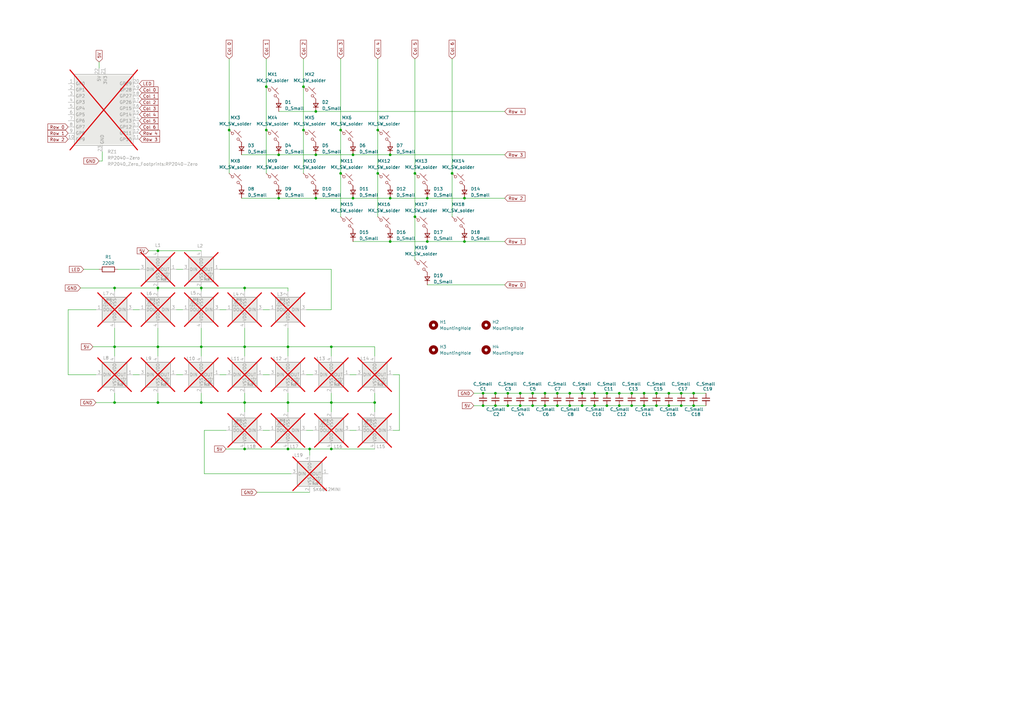
<source format=kicad_sch>
(kicad_sch (version 20250114) (generator "eeschema") (generator_version "9.0")
  (paper "A3")
  (lib_symbols
    (symbol "LatticeBoard_Prototype:C_Small" (pin_numbers (hide yes)) (pin_names (offset 0.254) (hide yes))
      (property "Reference" "C" (at 0.254 1.778 0))
      (property "Value" "C_Small" (at 0.254 -2.032 0))
      (symbol "C_Small_0_1"
        (polyline (pts (xy -1.524 0.508) (xy 1.524 0.508)) (stroke (width 0.3048)))
        (polyline (pts (xy -1.524 -0.508) (xy 1.524 -0.508)) (stroke (width 0.3302)))
      )
      (symbol "C_Small_1_1"
        (pin passive line (at 0 2.54 270) (length 2.032) (name "~") (number "1"))
        (pin passive line (at 0 -2.54 90) (length 2.032) (name "~") (number "2"))
      )
    )
    (symbol "LatticeBoard_Prototype:D_Small" (pin_numbers (hide yes)) (pin_names (offset 0.254) (hide yes))
      (property "Reference" "D" (at -1.27 2.032 0))
      (property "Value" "D_Small" (at -3.81 -2.032 0))
      (symbol "D_Small_0_1"
        (polyline (pts (xy -0.762 0) (xy 0.762 0)))
        (polyline (pts (xy -0.762 -1.016) (xy -0.762 1.016)) (stroke (width 0.254)))
        (polyline (pts (xy 0.762 -1.016) (xy -0.762 0) (xy 0.762 1.016) (xy 0.762 -1.016)) (stroke (width 0.254)))
      )
      (symbol "D_Small_1_1"
        (pin passive line (at -2.54 0 0) (length 1.778) (name "K") (number "1"))
        (pin passive line (at 2.54 0 180) (length 1.778) (name "A") (number "2"))
      )
    )
    (symbol "LatticeBoard_Prototype:MX_SW_solder" (pin_numbers (hide yes)) (pin_names (offset 1.016) (hide yes))
      (property "Reference" "MX" (at 3.048 1.016 0))
      (property "Value" "MX_SW_solder" (at 0 -3.81 0))
      (symbol "MX_SW_solder_0_1"
        (polyline (pts (xy -2.54 2.54) (xy -1.524 1.524) (xy -1.524 1.524)))
        (circle (center -1.1684 1.1684) (radius 0.508))
        (polyline (pts (xy -0.508 2.54) (xy 2.54 -0.508)))
        (polyline (pts (xy 1.016 1.016) (xy 2.032 2.032)))
        (circle (center 1.143 -1.1938) (radius 0.508))
        (polyline (pts (xy 1.524 -1.524) (xy 2.54 -2.54) (xy 2.54 -2.54) (xy 2.54 -2.54)))
        (pin passive line (at -2.54 2.54 0) (length 0) (name "1") (number "1"))
        (pin passive line (at 2.54 -2.54 180) (length 0) (name "2") (number "2"))
      )
    )
    (symbol "LatticeBoard_Prototype:MountingHole" (pin_names (offset 1.016)) (in_bom no)
      (property "Reference" "H" (at 0 5.08 0))
      (property "Value" "MountingHole" (at 0 3.175 0))
      (symbol "MountingHole_0_1"
        (circle (center 0 0) (radius 1.27) (stroke (width 1.27)))
      )
    )
    (symbol "LatticeBoard_Prototype:R" (pin_numbers (hide yes)) (pin_names (offset 0))
      (property "Reference" "R" (at 2.032 0 90))
      (property "Value" "R" (at 0 0 90))
      (symbol "R_0_1"
        (rectangle (start -1.016 -2.54) (end 1.016 2.54) (stroke (width 0.254)))
      )
      (symbol "R_1_1"
        (pin passive line (at 0 3.81 270) (length 1.27) (name "~") (number "1"))
        (pin passive line (at 0 -3.81 90) (length 1.27) (name "~") (number "2"))
      )
    )
    (symbol "LatticeBoard_Prototype:RP2040-Zero"
      (property "Reference" "RZ" (at 0 0 0))
      (property "Value" "RP2040-Zero" (at 0 -2.54 0))
      (property "Footprint" "RP2040-Zero:RP2040-Zero" (at 0 0 0))
      (symbol "RP2040-Zero_0_1"
        (rectangle (start -11.43 -15.24) (end 12.7 13.97) (fill (type background)))
      )
      (symbol "RP2040-Zero_1_1"
        (pin bidirectional line (at -13.97 10.16 0) (length 2.54) (name "GP0") (number "1"))
        (pin bidirectional line (at -13.97 7.62 0) (length 2.54) (name "GP1") (number "2"))
        (pin bidirectional line (at -13.97 5.08 0) (length 2.54) (name "GP2") (number "3"))
        (pin bidirectional line (at -13.97 2.54 0) (length 2.54) (name "GP3") (number "4"))
        (pin bidirectional line (at -13.97 0 0) (length 2.54) (name "GP4") (number "5"))
        (pin bidirectional line (at -13.97 -2.54 0) (length 2.54) (name "GP5") (number "6"))
        (pin bidirectional line (at -13.97 -5.08 0) (length 2.54) (name "GP6") (number "7"))
        (pin bidirectional line (at -13.97 -7.62 0) (length 2.54) (name "GP7") (number "8"))
        (pin bidirectional line (at -13.97 -10.16 0) (length 2.54) (name "GP8") (number "9"))
        (pin bidirectional line (at -13.97 -12.7 0) (length 2.54) (name "GP9") (number "10"))
        (pin power_in line (at -1.27 16.51 270) (length 2.54) (name "5V") (number "22"))
        (pin power_in line (at 0 -17.78 90) (length 2.54) (name "GND") (number "23"))
        (pin power_in line (at 1.27 16.51 270) (length 2.54) (name "3V3") (number "21"))
        (pin bidirectional line (at 15.24 10.16 180) (length 2.54) (name "GP29") (number "20"))
        (pin bidirectional line (at 15.24 7.62 180) (length 2.54) (name "GP28") (number "19"))
        (pin bidirectional line (at 15.24 5.08 180) (length 2.54) (name "GP27") (number "18"))
        (pin bidirectional line (at 15.24 2.54 180) (length 2.54) (name "GP26") (number "17"))
        (pin bidirectional line (at 15.24 0 180) (length 2.54) (name "GP15") (number "16"))
        (pin bidirectional line (at 15.24 -2.54 180) (length 2.54) (name "GP14") (number "15"))
        (pin bidirectional line (at 15.24 -5.08 180) (length 2.54) (name "GP13") (number "14"))
        (pin bidirectional line (at 15.24 -7.62 180) (length 2.54) (name "GP12") (number "13"))
        (pin bidirectional line (at 15.24 -10.16 180) (length 2.54) (name "GP11") (number "12"))
        (pin bidirectional line (at 15.24 -12.7 180) (length 2.54) (name "GP10") (number "11"))
      )
    )
    (symbol "LatticeBoard_Prototype:SK6812MINI" (pin_names (offset 0.254))
      (property "Reference" "D" (at 5.08 5.715 0))
      (property "Value" "SK6812MINI" (at 1.27 -5.715 0))
      (symbol "SK6812MINI_0_0"
        (text "RGB" (at 2.286 -4.191 0) (effects (font (size 0.762 0.762))))
      )
      (symbol "SK6812MINI_0_1"
        (polyline (pts (xy 1.27 -2.54) (xy 1.778 -2.54)))
        (polyline (pts (xy 1.27 -3.556) (xy 1.778 -3.556)))
        (polyline (pts (xy 2.286 -1.524) (xy 1.27 -2.54) (xy 1.27 -2.032)))
        (polyline (pts (xy 2.286 -2.54) (xy 1.27 -3.556) (xy 1.27 -3.048)))
        (polyline (pts (xy 3.683 -1.016) (xy 3.683 -3.556) (xy 3.683 -4.064)))
        (polyline (pts (xy 4.699 -1.524) (xy 2.667 -1.524) (xy 3.683 -3.556) (xy 4.699 -1.524)))
        (polyline (pts (xy 4.699 -3.556) (xy 2.667 -3.556)))
        (rectangle (start 5.08 5.08) (end -5.08 -5.08) (stroke (width 0.254)) (fill (type background)))
      )
      (symbol "SK6812MINI_1_1"
        (pin input line (at -7.62 0 0) (length 2.54) (name "DIN") (number "3"))
        (pin power_in line (at 0 7.62 270) (length 2.54) (name "VDD") (number "4"))
        (pin power_in line (at 0 -7.62 90) (length 2.54) (name "VSS") (number "2"))
        (pin output line (at 7.62 0 180) (length 2.54) (name "DOUT") (number "1"))
      )
    )
  )
  (junction (at 160.02 81.28))
  (junction (at 233.68 161.29))
  (junction (at 170.18 71.12))
  (junction (at 175.26 99.06))
  (junction (at 185.42 71.12))
  (junction (at 223.52 166.37))
  (junction (at 46.99 142.24))
  (junction (at 46.99 165.1))
  (junction (at 118.11 165.1))
  (junction (at 170.18 88.9))
  (junction (at 160.02 99.06))
  (junction (at 124.46 35.56))
  (junction (at 248.92 161.29))
  (junction (at 82.55 118.11))
  (junction (at 144.78 81.28))
  (junction (at 208.28 166.37))
  (junction (at 218.44 166.37))
  (junction (at 82.55 142.24))
  (junction (at 238.76 161.29))
  (junction (at 100.33 142.24))
  (junction (at 279.4 161.29))
  (junction (at 284.48 166.37))
  (junction (at 175.26 81.28))
  (junction (at 100.33 118.11))
  (junction (at 203.2 161.29))
  (junction (at 124.46 53.34))
  (junction (at 93.98 53.34))
  (junction (at 64.77 118.11))
  (junction (at 64.77 165.1))
  (junction (at 279.4 166.37))
  (junction (at 82.55 165.1))
  (junction (at 198.12 161.29))
  (junction (at 153.67 165.1))
  (junction (at 243.84 166.37))
  (junction (at 135.89 165.1))
  (junction (at 259.08 161.29))
  (junction (at 284.48 161.29))
  (junction (at 218.44 161.29))
  (junction (at 64.77 102.87))
  (junction (at 144.78 63.5))
  (junction (at 259.08 166.37))
  (junction (at 228.6 166.37))
  (junction (at 135.89 184.15))
  (junction (at 118.11 142.24))
  (junction (at 109.22 35.56))
  (junction (at 264.16 166.37))
  (junction (at 109.22 53.34))
  (junction (at 223.52 161.29))
  (junction (at 238.76 166.37))
  (junction (at 114.3 81.28))
  (junction (at 274.32 161.29))
  (junction (at 139.7 53.34))
  (junction (at 190.5 99.06))
  (junction (at 243.84 161.29))
  (junction (at 208.28 161.29))
  (junction (at 228.6 161.29))
  (junction (at 135.89 142.24))
  (junction (at 127 184.15))
  (junction (at 233.68 166.37))
  (junction (at 139.7 71.12))
  (junction (at 269.24 161.29))
  (junction (at 154.94 71.12))
  (junction (at 154.94 53.34))
  (junction (at 100.33 184.15))
  (junction (at 129.54 63.5))
  (junction (at 269.24 166.37))
  (junction (at 190.5 81.28))
  (junction (at 100.33 165.1))
  (junction (at 118.11 184.15))
  (junction (at 198.12 166.37))
  (junction (at 264.16 161.29))
  (junction (at 129.54 45.72))
  (junction (at 203.2 166.37))
  (junction (at 114.3 63.5))
  (junction (at 248.92 166.37))
  (junction (at 213.36 161.29))
  (junction (at 129.54 81.28))
  (junction (at 64.77 142.24))
  (junction (at 254 166.37))
  (junction (at 46.99 118.11))
  (junction (at 274.32 166.37))
  (junction (at 160.02 63.5))
  (junction (at 213.36 166.37))
  (junction (at 254 161.29))
  (wire (pts (xy 223.52 166.37) (xy 228.6 166.37)))
  (wire (pts (xy 264.16 166.37) (xy 269.24 166.37)))
  (wire (pts (xy 259.08 161.29) (xy 264.16 161.29)))
  (wire (pts (xy 143.51 153.67) (xy 146.05 153.67)))
  (wire (pts (xy 99.06 81.28) (xy 114.3 81.28)))
  (wire (pts (xy 218.44 166.37) (xy 223.52 166.37)))
  (wire (pts (xy 129.54 45.72) (xy 207.01 45.72)))
  (wire (pts (xy 194.31 161.29) (xy 198.12 161.29)))
  (wire (pts (xy 100.33 134.62) (xy 100.33 142.24)))
  (wire (pts (xy 27.94 127) (xy 39.37 127)))
  (wire (pts (xy 146.05 176.53) (xy 143.51 176.53)))
  (wire (pts (xy 248.92 161.29) (xy 254 161.29)))
  (wire (pts (xy 175.26 116.84) (xy 207.01 116.84)))
  (wire (pts (xy 163.83 153.67) (xy 163.83 176.53)))
  (wire (pts (xy 82.55 142.24) (xy 82.55 146.05)))
  (wire (pts (xy 274.32 166.37) (xy 279.4 166.37)))
  (wire (pts (xy 100.33 142.24) (xy 100.33 146.05)))
  (wire (pts (xy 83.82 176.53) (xy 92.71 176.53)))
  (wire (pts (xy 279.4 161.29) (xy 284.48 161.29)))
  (wire (pts (xy 254 166.37) (xy 259.08 166.37)))
  (wire (pts (xy 190.5 81.28) (xy 207.01 81.28)))
  (wire (pts (xy 128.27 176.53) (xy 125.73 176.53)))
  (wire (pts (xy 264.16 161.29) (xy 269.24 161.29)))
  (wire (pts (xy 203.2 161.29) (xy 208.28 161.29)))
  (wire (pts (xy 46.99 161.29) (xy 46.99 165.1)))
  (wire (pts (xy 46.99 165.1) (xy 64.77 165.1)))
  (wire (pts (xy 64.77 142.24) (xy 64.77 146.05)))
  (wire (pts (xy 208.28 166.37) (xy 213.36 166.37)))
  (wire (pts (xy 60.96 102.87) (xy 64.77 102.87)))
  (wire (pts (xy 254 161.29) (xy 259.08 161.29)))
  (wire (pts (xy 38.1 142.24) (xy 46.99 142.24)))
  (wire (pts (xy 90.17 110.49) (xy 135.89 110.49)))
  (wire (pts (xy 135.89 110.49) (xy 135.89 127)))
  (wire (pts (xy 127 184.15) (xy 135.89 184.15)))
  (wire (pts (xy 259.08 166.37) (xy 264.16 166.37)))
  (wire (pts (xy 99.06 63.5) (xy 114.3 63.5)))
  (wire (pts (xy 135.89 142.24) (xy 153.67 142.24)))
  (wire (pts (xy 105.41 201.93) (xy 127 201.93)))
  (wire (pts (xy 118.11 142.24) (xy 135.89 142.24)))
  (wire (pts (xy 213.36 161.29) (xy 218.44 161.29)))
  (wire (pts (xy 54.61 127) (xy 57.15 127)))
  (wire (pts (xy 124.46 35.56) (xy 124.46 53.34)))
  (wire (pts (xy 228.6 166.37) (xy 233.68 166.37)))
  (wire (pts (xy 118.11 119.38) (xy 118.11 118.11)))
  (wire (pts (xy 125.73 127) (xy 135.89 127)))
  (wire (pts (xy 82.55 118.11) (xy 100.33 118.11)))
  (wire (pts (xy 118.11 165.1) (xy 118.11 168.91)))
  (wire (pts (xy 198.12 166.37) (xy 203.2 166.37)))
  (wire (pts (xy 109.22 24.13) (xy 109.22 35.56)))
  (wire (pts (xy 139.7 24.13) (xy 139.7 53.34)))
  (wire (pts (xy 34.29 110.49) (xy 40.64 110.49)))
  (wire (pts (xy 48.26 110.49) (xy 57.15 110.49)))
  (wire (pts (xy 64.77 165.1) (xy 82.55 165.1)))
  (wire (pts (xy 161.29 153.67) (xy 163.83 153.67)))
  (wire (pts (xy 41.91 62.23) (xy 41.91 66.04)))
  (wire (pts (xy 154.94 24.13) (xy 154.94 53.34)))
  (wire (pts (xy 109.22 35.56) (xy 109.22 53.34)))
  (wire (pts (xy 90.17 127) (xy 92.71 127)))
  (wire (pts (xy 82.55 142.24) (xy 100.33 142.24)))
  (wire (pts (xy 107.95 153.67) (xy 110.49 153.67)))
  (wire (pts (xy 107.95 176.53) (xy 110.49 176.53)))
  (wire (pts (xy 194.31 166.37) (xy 198.12 166.37)))
  (wire (pts (xy 160.02 81.28) (xy 175.26 81.28)))
  (wire (pts (xy 118.11 184.15) (xy 127 184.15)))
  (wire (pts (xy 135.89 161.29) (xy 135.89 165.1)))
  (wire (pts (xy 72.39 110.49) (xy 74.93 110.49)))
  (wire (pts (xy 154.94 71.12) (xy 154.94 88.9)))
  (wire (pts (xy 233.68 161.29) (xy 238.76 161.29)))
  (wire (pts (xy 114.3 45.72) (xy 129.54 45.72)))
  (wire (pts (xy 198.12 161.29) (xy 203.2 161.29)))
  (wire (pts (xy 118.11 142.24) (xy 118.11 146.05)))
  (wire (pts (xy 64.77 161.29) (xy 64.77 165.1)))
  (wire (pts (xy 228.6 161.29) (xy 233.68 161.29)))
  (wire (pts (xy 64.77 102.87) (xy 82.55 102.87)))
  (wire (pts (xy 83.82 194.31) (xy 119.38 194.31)))
  (wire (pts (xy 279.4 166.37) (xy 284.48 166.37)))
  (wire (pts (xy 129.54 63.5) (xy 144.78 63.5)))
  (wire (pts (xy 92.71 184.15) (xy 100.33 184.15)))
  (wire (pts (xy 175.26 99.06) (xy 190.5 99.06)))
  (wire (pts (xy 284.48 166.37) (xy 289.56 166.37)))
  (wire (pts (xy 127 184.15) (xy 127 186.69)))
  (wire (pts (xy 100.33 184.15) (xy 118.11 184.15)))
  (wire (pts (xy 129.54 81.28) (xy 144.78 81.28)))
  (wire (pts (xy 27.94 127) (xy 27.94 153.67)))
  (wire (pts (xy 46.99 142.24) (xy 64.77 142.24)))
  (wire (pts (xy 64.77 134.62) (xy 64.77 142.24)))
  (wire (pts (xy 64.77 142.24) (xy 82.55 142.24)))
  (wire (pts (xy 185.42 24.13) (xy 185.42 71.12)))
  (wire (pts (xy 135.89 165.1) (xy 135.89 168.91)))
  (wire (pts (xy 114.3 63.5) (xy 129.54 63.5)))
  (wire (pts (xy 185.42 71.12) (xy 185.42 88.9)))
  (wire (pts (xy 82.55 165.1) (xy 100.33 165.1)))
  (wire (pts (xy 213.36 166.37) (xy 218.44 166.37)))
  (wire (pts (xy 243.84 166.37) (xy 248.92 166.37)))
  (wire (pts (xy 153.67 161.29) (xy 153.67 165.1)))
  (wire (pts (xy 100.33 165.1) (xy 100.33 168.91)))
  (wire (pts (xy 170.18 24.13) (xy 170.18 71.12)))
  (wire (pts (xy 124.46 53.34) (xy 124.46 71.12)))
  (wire (pts (xy 160.02 99.06) (xy 175.26 99.06)))
  (wire (pts (xy 100.33 161.29) (xy 100.33 165.1)))
  (wire (pts (xy 83.82 176.53) (xy 83.82 194.31)))
  (wire (pts (xy 170.18 71.12) (xy 170.18 88.9)))
  (wire (pts (xy 82.55 161.29) (xy 82.55 165.1)))
  (wire (pts (xy 46.99 118.11) (xy 46.99 119.38)))
  (wire (pts (xy 114.3 81.28) (xy 129.54 81.28)))
  (wire (pts (xy 144.78 63.5) (xy 160.02 63.5)))
  (wire (pts (xy 223.52 161.29) (xy 228.6 161.29)))
  (wire (pts (xy 33.02 118.11) (xy 46.99 118.11)))
  (wire (pts (xy 46.99 134.62) (xy 46.99 142.24)))
  (wire (pts (xy 118.11 165.1) (xy 135.89 165.1)))
  (wire (pts (xy 41.91 66.04) (xy 40.64 66.04)))
  (wire (pts (xy 274.32 161.29) (xy 279.4 161.29)))
  (wire (pts (xy 72.39 153.67) (xy 74.93 153.67)))
  (wire (pts (xy 248.92 166.37) (xy 254 166.37)))
  (wire (pts (xy 238.76 161.29) (xy 243.84 161.29)))
  (wire (pts (xy 269.24 166.37) (xy 274.32 166.37)))
  (wire (pts (xy 39.37 165.1) (xy 46.99 165.1)))
  (wire (pts (xy 82.55 118.11) (xy 82.55 119.38)))
  (wire (pts (xy 208.28 161.29) (xy 213.36 161.29)))
  (wire (pts (xy 153.67 142.24) (xy 153.67 146.05)))
  (wire (pts (xy 238.76 166.37) (xy 243.84 166.37)))
  (wire (pts (xy 64.77 118.11) (xy 82.55 118.11)))
  (wire (pts (xy 233.68 166.37) (xy 238.76 166.37)))
  (wire (pts (xy 153.67 165.1) (xy 153.67 168.91)))
  (wire (pts (xy 170.18 88.9) (xy 170.18 106.68)))
  (wire (pts (xy 93.98 53.34) (xy 93.98 71.12)))
  (wire (pts (xy 46.99 118.11) (xy 64.77 118.11)))
  (wire (pts (xy 107.95 127) (xy 110.49 127)))
  (wire (pts (xy 64.77 118.11) (xy 64.77 119.38)))
  (wire (pts (xy 40.64 25.4) (xy 40.64 27.94)))
  (wire (pts (xy 139.7 53.34) (xy 139.7 71.12)))
  (wire (pts (xy 100.33 118.11) (xy 100.33 119.38)))
  (wire (pts (xy 124.46 24.13) (xy 124.46 35.56)))
  (wire (pts (xy 203.2 166.37) (xy 208.28 166.37)))
  (wire (pts (xy 269.24 161.29) (xy 274.32 161.29)))
  (wire (pts (xy 190.5 99.06) (xy 207.01 99.06)))
  (wire (pts (xy 144.78 81.28) (xy 160.02 81.28)))
  (wire (pts (xy 163.83 176.53) (xy 161.29 176.53)))
  (wire (pts (xy 92.71 153.67) (xy 90.17 153.67)))
  (wire (pts (xy 100.33 142.24) (xy 118.11 142.24)))
  (wire (pts (xy 82.55 134.62) (xy 82.55 142.24)))
  (wire (pts (xy 154.94 53.34) (xy 154.94 71.12)))
  (wire (pts (xy 218.44 161.29) (xy 223.52 161.29)))
  (wire (pts (xy 72.39 127) (xy 74.93 127)))
  (wire (pts (xy 54.61 153.67) (xy 57.15 153.67)))
  (wire (pts (xy 125.73 153.67) (xy 128.27 153.67)))
  (wire (pts (xy 109.22 53.34) (xy 109.22 71.12)))
  (wire (pts (xy 135.89 146.05) (xy 135.89 142.24)))
  (wire (pts (xy 135.89 165.1) (xy 153.67 165.1)))
  (wire (pts (xy 135.89 184.15) (xy 153.67 184.15)))
  (wire (pts (xy 100.33 165.1) (xy 118.11 165.1)))
  (wire (pts (xy 160.02 63.5) (xy 207.01 63.5)))
  (wire (pts (xy 46.99 142.24) (xy 46.99 146.05)))
  (wire (pts (xy 118.11 134.62) (xy 118.11 142.24)))
  (wire (pts (xy 175.26 81.28) (xy 190.5 81.28)))
  (wire (pts (xy 118.11 161.29) (xy 118.11 165.1)))
  (wire (pts (xy 27.94 153.67) (xy 39.37 153.67)))
  (wire (pts (xy 100.33 118.11) (xy 118.11 118.11)))
  (wire (pts (xy 139.7 71.12) (xy 139.7 88.9)))
  (wire (pts (xy 144.78 99.06) (xy 160.02 99.06)))
  (wire (pts (xy 284.48 161.29) (xy 289.56 161.29)))
  (wire (pts (xy 243.84 161.29) (xy 248.92 161.29)))
  (wire (pts (xy 93.98 24.13) (xy 93.98 53.34)))
  (global_label "Row 4" (shape input) (at 57.15 54.61 0) (property "Intersheetrefs" "${INTERSHEET_REFS}" (effects (hide yes))))
  (global_label "Row 1" (shape input) (at 207.01 99.06 0) (property "Intersheetrefs" "${INTERSHEET_REFS}" (effects (hide yes))))
  (global_label "Row 2" (shape input) (at 207.01 81.28 0) (property "Intersheetrefs" "${INTERSHEET_REFS}" (effects (hide yes))))
  (global_label "Row 0" (shape input) (at 207.01 116.84 0) (property "Intersheetrefs" "${INTERSHEET_REFS}" (effects (hide yes))))
  (global_label "Col 3" (shape input) (at 57.15 44.45 0) (property "Intersheetrefs" "${INTERSHEET_REFS}" (effects (hide yes))))
  (global_label "Col 0" (shape input) (at 57.15 36.83 0) (property "Intersheetrefs" "${INTERSHEET_REFS}" (effects (hide yes))))
  (global_label "Col 2" (shape input) (at 124.46 24.13 90) (property "Intersheetrefs" "${INTERSHEET_REFS}" (effects (hide yes))))
  (global_label "Row 3" (shape input) (at 207.01 63.5 0) (property "Intersheetrefs" "${INTERSHEET_REFS}" (effects (hide yes))))
  (global_label "GND" (shape input) (at 105.41 201.93 180) (property "Intersheetrefs" "${INTERSHEET_REFS}" (effects (hide yes))))
  (global_label "Col 1" (shape input) (at 57.15 39.37 0) (property "Intersheetrefs" "${INTERSHEET_REFS}" (effects (hide yes))))
  (global_label "5V" (shape input) (at 194.31 166.37 180) (property "Intersheetrefs" "${INTERSHEET_REFS}" (effects (hide yes))))
  (global_label "GND" (shape input) (at 33.02 118.11 180) (property "Intersheetrefs" "${INTERSHEET_REFS}" (effects (hide yes))))
  (global_label "Row 0" (shape input) (at 27.94 52.07 180) (property "Intersheetrefs" "${INTERSHEET_REFS}" (effects (hide yes))))
  (global_label "Col 3" (shape input) (at 139.7 24.13 90) (property "Intersheetrefs" "${INTERSHEET_REFS}" (effects (hide yes))))
  (global_label "GND" (shape input) (at 194.31 161.29 180) (property "Intersheetrefs" "${INTERSHEET_REFS}" (effects (hide yes))))
  (global_label "Row 1" (shape input) (at 27.94 54.61 180) (property "Intersheetrefs" "${INTERSHEET_REFS}" (effects (hide yes))))
  (global_label "Row 2" (shape input) (at 27.94 57.15 180) (property "Intersheetrefs" "${INTERSHEET_REFS}" (effects (hide yes))))
  (global_label "Col 2" (shape input) (at 57.15 41.91 0) (property "Intersheetrefs" "${INTERSHEET_REFS}" (effects (hide yes))))
  (global_label "Col 5" (shape input) (at 170.18 24.13 90) (property "Intersheetrefs" "${INTERSHEET_REFS}" (effects (hide yes))))
  (global_label "5V" (shape input) (at 38.1 142.24 180) (property "Intersheetrefs" "${INTERSHEET_REFS}" (effects (hide yes))))
  (global_label "5V" (shape input) (at 92.71 184.15 180) (property "Intersheetrefs" "${INTERSHEET_REFS}" (effects (hide yes))))
  (global_label "Col 1" (shape input) (at 109.22 24.13 90) (property "Intersheetrefs" "${INTERSHEET_REFS}" (effects (hide yes))))
  (global_label "Col 4" (shape input) (at 154.94 24.13 90) (property "Intersheetrefs" "${INTERSHEET_REFS}" (effects (hide yes))))
  (global_label "GND" (shape input) (at 40.64 66.04 180) (property "Intersheetrefs" "${INTERSHEET_REFS}" (effects (hide yes))))
  (global_label "GND" (shape input) (at 39.37 165.1 180) (property "Intersheetrefs" "${INTERSHEET_REFS}" (effects (hide yes))))
  (global_label "Col 5" (shape input) (at 57.15 49.53 0) (property "Intersheetrefs" "${INTERSHEET_REFS}" (effects (hide yes))))
  (global_label "Col 6" (shape input) (at 185.42 24.13 90) (property "Intersheetrefs" "${INTERSHEET_REFS}" (effects (hide yes))))
  (global_label "LED" (shape input) (at 34.29 110.49 180) (property "Intersheetrefs" "${INTERSHEET_REFS}" (effects (hide yes))))
  (global_label "LED" (shape input) (at 57.15 34.29 0) (property "Intersheetrefs" "${INTERSHEET_REFS}" (effects (hide yes))))
  (global_label "Row 4" (shape input) (at 207.01 45.72 0) (property "Intersheetrefs" "${INTERSHEET_REFS}" (effects (hide yes))))
  (global_label "Col 0" (shape input) (at 93.98 24.13 90) (property "Intersheetrefs" "${INTERSHEET_REFS}" (effects (hide yes))))
  (global_label "5V" (shape input) (at 60.96 102.87 180) (property "Intersheetrefs" "${INTERSHEET_REFS}" (effects (hide yes))))
  (global_label "Col 4" (shape input) (at 57.15 46.99 0) (property "Intersheetrefs" "${INTERSHEET_REFS}" (effects (hide yes))))
  (global_label "Row 3" (shape input) (at 57.15 57.15 0) (property "Intersheetrefs" "${INTERSHEET_REFS}" (effects (hide yes))))
  (global_label "Col 6" (shape input) (at 57.15 52.07 0) (property "Intersheetrefs" "${INTERSHEET_REFS}" (effects (hide yes))))
  (global_label "5V" (shape input) (at 40.64 25.4 90) (property "Intersheetrefs" "${INTERSHEET_REFS}" (effects (hide yes))))
  (symbol (lib_id "LatticeBoard_Prototype:SK6812MINI") (at 82.55 153.67 0) (unit 1) (dnp yes)
    (property "Reference" "L10" (at 78.232 147.066 0))
    (property "Value" "SK6812MINI" (effects (hide yes)))
    (property "Footprint" "Keebio-Parts:SK6812-MINI-E" (effects (hide yes)))
    (property "Datasheet" "https://cdn-shop.adafruit.com/product-files/2686/SK6812MINI_REV.01-1-2.pdf" (effects (hide yes)))
    (property "Description" "RGB LED with integrated controller" (effects (hide yes)))
  )
  (symbol (lib_id "LatticeBoard_Prototype:MountingHole") (at 177.8 143.51 0) (unit 1) (in_bom no)
    (property "Reference" "H3" (at 180.34 142.2399 0) (effects (justify left)))
    (property "Value" "MountingHole" (at 180.34 144.7799 0) (effects (justify left)))
    (property "Footprint" "MountingHole:MountingHole_2.2mm_M2_Pad" (effects (hide yes)))
    (property "Description" "Mounting Hole without connection" (effects (hide yes)))
  )
  (symbol (lib_id "LatticeBoard_Prototype:MX_SW_solder") (at 187.96 73.66 0) (unit 1)
    (property "Reference" "MX14" (at 187.96 66.04 0))
    (property "Value" "MX_SW_solder" (at 187.96 68.58 0))
    (property "Footprint" "PCM_marbastlib-mx:SW_MX_16" (effects (hide yes)))
    (property "Description" "Push button switch, normally open, two pins, 45° tilted" (effects (hide yes)))
  )
  (symbol (lib_id "LatticeBoard_Prototype:MX_SW_solder") (at 172.72 73.66 0) (unit 1)
    (property "Reference" "MX13" (at 172.72 66.04 0))
    (property "Value" "MX_SW_solder" (at 172.72 68.58 0))
    (property "Footprint" "PCM_marbastlib-mx:SW_MX_16" (effects (hide yes)))
    (property "Description" "Push button switch, normally open, two pins, 45° tilted" (effects (hide yes)))
  )
  (symbol (lib_id "LatticeBoard_Prototype:MX_SW_solder") (at 111.76 55.88 0) (unit 1)
    (property "Reference" "MX4" (at 111.76 48.26 0))
    (property "Value" "MX_SW_solder" (at 111.76 50.8 0))
    (property "Footprint" "PCM_marbastlib-mx:SW_MX_16" (effects (hide yes)))
    (property "Description" "Push button switch, normally open, two pins, 45° tilted" (effects (hide yes)))
  )
  (symbol (lib_id "LatticeBoard_Prototype:D_Small") (at 144.78 96.52 90) (unit 1)
    (property "Reference" "D15" (at 147.32 95.2499 90) (effects (justify right)))
    (property "Value" "D_Small" (at 147.32 97.7899 90) (effects (justify right)))
    (property "Footprint" "Diode_SMD:D_SOD-323F" (effects (hide yes)))
    (property "Description" "Diode, small symbol" (effects (hide yes)))
    (property "Sim.Device" "D" (effects (hide yes)))
    (property "Sim.Pins" "1=K 2=A" (effects (hide yes)))
  )
  (symbol (lib_id "LatticeBoard_Prototype:C_Small") (at 289.56 163.83 0) (unit 1)
    (property "Reference" "C19" (at 288.29 159.512 0) (effects (justify left)))
    (property "Value" "C_Small" (at 285.496 157.48 0) (effects (justify left)))
    (property "Footprint" "Capacitor_SMD:C_0603_1608Metric" (effects (hide yes)))
    (property "Description" "Unpolarized capacitor, small symbol" (effects (hide yes)))
  )
  (symbol (lib_id "LatticeBoard_Prototype:SK6812MINI") (at 118.11 176.53 180) (unit 1) (dnp yes)
    (property "Reference" "L17" (at 120.65 183.134 0))
    (property "Value" "SK6812MINI" (effects (hide yes)))
    (property "Footprint" "Keebio-Parts:SK6812-MINI-E" (effects (hide yes)))
    (property "Datasheet" "https://cdn-shop.adafruit.com/product-files/2686/SK6812MINI_REV.01-1-2.pdf" (effects (hide yes)))
    (property "Description" "RGB LED with integrated controller" (effects (hide yes)))
  )
  (symbol (lib_id "LatticeBoard_Prototype:MX_SW_solder") (at 157.48 55.88 0) (unit 1)
    (property "Reference" "MX7" (at 157.48 48.26 0))
    (property "Value" "MX_SW_solder" (at 157.48 50.8 0))
    (property "Footprint" "PCM_marbastlib-mx:SW_MX_16" (effects (hide yes)))
    (property "Description" "Push button switch, normally open, two pins, 45° tilted" (effects (hide yes)))
  )
  (symbol (lib_id "LatticeBoard_Prototype:SK6812MINI") (at 153.67 153.67 0) (unit 1) (dnp yes)
    (property "Reference" "L14" (at 149.606 147.066 0))
    (property "Value" "SK6812MINI" (effects (hide yes)))
    (property "Footprint" "Keebio-Parts:SK6812-MINI-E" (effects (hide yes)))
    (property "Datasheet" "https://cdn-shop.adafruit.com/product-files/2686/SK6812MINI_REV.01-1-2.pdf" (effects (hide yes)))
    (property "Description" "RGB LED with integrated controller" (effects (hide yes)))
  )
  (symbol (lib_id "LatticeBoard_Prototype:SK6812MINI") (at 100.33 127 180) (unit 1) (dnp yes)
    (property "Reference" "L4" (at 96.774 120.65 0))
    (property "Value" "SK6812MINI" (effects (hide yes)))
    (property "Footprint" "Keebio-Parts:SK6812-MINI-E" (effects (hide yes)))
    (property "Datasheet" "https://cdn-shop.adafruit.com/product-files/2686/SK6812MINI_REV.01-1-2.pdf" (effects (hide yes)))
    (property "Description" "RGB LED with integrated controller" (effects (hide yes)))
  )
  (symbol (lib_id "LatticeBoard_Prototype:D_Small") (at 114.3 60.96 90) (unit 1)
    (property "Reference" "D4" (at 116.84 59.6899 90) (effects (justify right)))
    (property "Value" "D_Small" (at 116.84 62.2299 90) (effects (justify right)))
    (property "Footprint" "Diode_SMD:D_SOD-323F" (effects (hide yes)))
    (property "Description" "Diode, small symbol" (effects (hide yes)))
    (property "Sim.Device" "D" (effects (hide yes)))
    (property "Sim.Pins" "1=K 2=A" (effects (hide yes)))
  )
  (symbol (lib_id "LatticeBoard_Prototype:D_Small") (at 99.06 78.74 90) (unit 1)
    (property "Reference" "D8" (at 101.6 77.4699 90) (effects (justify right)))
    (property "Value" "D_Small" (at 101.6 80.0099 90) (effects (justify right)))
    (property "Footprint" "Diode_SMD:D_SOD-323F" (effects (hide yes)))
    (property "Description" "Diode, small symbol" (effects (hide yes)))
    (property "Sim.Device" "D" (effects (hide yes)))
    (property "Sim.Pins" "1=K 2=A" (effects (hide yes)))
  )
  (symbol (lib_id "LatticeBoard_Prototype:C_Small") (at 233.68 163.83 0) (unit 1)
    (property "Reference" "C8" (at 232.664 169.926 0) (effects (justify left)))
    (property "Value" "C_Small" (at 229.87 167.894 0) (effects (justify left)))
    (property "Footprint" "Capacitor_SMD:C_0603_1608Metric" (effects (hide yes)))
    (property "Description" "Unpolarized capacitor, small symbol" (effects (hide yes)))
  )
  (symbol (lib_id "LatticeBoard_Prototype:MX_SW_solder") (at 157.48 73.66 0) (unit 1)
    (property "Reference" "MX12" (at 157.48 66.04 0))
    (property "Value" "MX_SW_solder" (at 157.48 68.58 0))
    (property "Footprint" "PCM_marbastlib-mx:SW_MX_16" (effects (hide yes)))
    (property "Description" "Push button switch, normally open, two pins, 45° tilted" (effects (hide yes)))
  )
  (symbol (lib_id "LatticeBoard_Prototype:C_Small") (at 248.92 163.83 0) (unit 1)
    (property "Reference" "C11" (at 247.65 159.512 0) (effects (justify left)))
    (property "Value" "C_Small" (at 244.856 157.48 0) (effects (justify left)))
    (property "Footprint" "Capacitor_SMD:C_0603_1608Metric" (effects (hide yes)))
    (property "Description" "Unpolarized capacitor, small symbol" (effects (hide yes)))
  )
  (symbol (lib_id "LatticeBoard_Prototype:C_Small") (at 213.36 163.83 0) (unit 1)
    (property "Reference" "C4" (at 212.344 169.926 0) (effects (justify left)))
    (property "Value" "C_Small" (at 209.55 167.894 0) (effects (justify left)))
    (property "Footprint" "Capacitor_SMD:C_0603_1608Metric" (effects (hide yes)))
    (property "Description" "Unpolarized capacitor, small symbol" (effects (hide yes)))
  )
  (symbol (lib_id "LatticeBoard_Prototype:SK6812MINI") (at 153.67 176.53 180) (unit 1) (dnp yes)
    (property "Reference" "L15" (at 156.21 183.134 0))
    (property "Value" "SK6812MINI" (effects (hide yes)))
    (property "Footprint" "Keebio-Parts:SK6812-MINI-E" (effects (hide yes)))
    (property "Datasheet" "https://cdn-shop.adafruit.com/product-files/2686/SK6812MINI_REV.01-1-2.pdf" (effects (hide yes)))
    (property "Description" "RGB LED with integrated controller" (effects (hide yes)))
  )
  (symbol (lib_id "LatticeBoard_Prototype:SK6812MINI") (at 118.11 153.67 0) (unit 1) (dnp yes)
    (property "Reference" "L12" (at 113.792 147.066 0))
    (property "Value" "SK6812MINI" (effects (hide yes)))
    (property "Footprint" "Keebio-Parts:SK6812-MINI-E" (effects (hide yes)))
    (property "Datasheet" "https://cdn-shop.adafruit.com/product-files/2686/SK6812MINI_REV.01-1-2.pdf" (effects (hide yes)))
    (property "Description" "RGB LED with integrated controller" (effects (hide yes)))
  )
  (symbol (lib_id "LatticeBoard_Prototype:D_Small") (at 129.54 78.74 90) (unit 1)
    (property "Reference" "D10" (at 132.08 77.4699 90) (effects (justify right)))
    (property "Value" "D_Small" (at 132.08 80.0099 90) (effects (justify right)))
    (property "Footprint" "Diode_SMD:D_SOD-323F" (effects (hide yes)))
    (property "Description" "Diode, small symbol" (effects (hide yes)))
    (property "Sim.Device" "D" (effects (hide yes)))
    (property "Sim.Pins" "1=K 2=A" (effects (hide yes)))
  )
  (symbol (lib_id "LatticeBoard_Prototype:D_Small") (at 175.26 114.3 90) (unit 1)
    (property "Reference" "D19" (at 177.8 113.0299 90) (effects (justify right)))
    (property "Value" "D_Small" (at 177.8 115.5699 90) (effects (justify right)))
    (property "Footprint" "Diode_SMD:D_SOD-323F" (effects (hide yes)))
    (property "Description" "Diode, small symbol" (effects (hide yes)))
    (property "Sim.Device" "D" (effects (hide yes)))
    (property "Sim.Pins" "1=K 2=A" (effects (hide yes)))
  )
  (symbol (lib_id "LatticeBoard_Prototype:SK6812MINI") (at 46.99 127 180) (unit 1) (dnp yes)
    (property "Reference" "L7" (at 43.434 120.396 0))
    (property "Value" "SK6812MINI" (effects (hide yes)))
    (property "Footprint" "Keebio-Parts:SK6812-MINI-E" (effects (hide yes)))
    (property "Datasheet" "https://cdn-shop.adafruit.com/product-files/2686/SK6812MINI_REV.01-1-2.pdf" (effects (hide yes)))
    (property "Description" "RGB LED with integrated controller" (effects (hide yes)))
  )
  (symbol (lib_id "LatticeBoard_Prototype:C_Small") (at 269.24 163.83 0) (unit 1)
    (property "Reference" "C15" (at 267.97 159.512 0) (effects (justify left)))
    (property "Value" "C_Small" (at 265.176 157.48 0) (effects (justify left)))
    (property "Footprint" "Capacitor_SMD:C_0603_1608Metric" (effects (hide yes)))
    (property "Description" "Unpolarized capacitor, small symbol" (effects (hide yes)))
  )
  (symbol (lib_id "LatticeBoard_Prototype:C_Small") (at 254 163.83 0) (unit 1)
    (property "Reference" "C12" (at 252.984 169.926 0) (effects (justify left)))
    (property "Value" "C_Small" (at 250.19 167.894 0) (effects (justify left)))
    (property "Footprint" "Capacitor_SMD:C_0603_1608Metric" (effects (hide yes)))
    (property "Description" "Unpolarized capacitor, small symbol" (effects (hide yes)))
  )
  (symbol (lib_id "LatticeBoard_Prototype:MX_SW_solder") (at 127 73.66 0) (unit 1)
    (property "Reference" "MX10" (at 127 66.04 0))
    (property "Value" "MX_SW_solder" (at 127 68.58 0))
    (property "Footprint" "PCM_marbastlib-mx:SW_MX_16" (effects (hide yes)))
    (property "Description" "Push button switch, normally open, two pins, 45° tilted" (effects (hide yes)))
  )
  (symbol (lib_id "LatticeBoard_Prototype:MX_SW_solder") (at 157.48 91.44 0) (unit 1)
    (property "Reference" "MX16" (at 157.48 83.82 0))
    (property "Value" "MX_SW_solder" (at 157.48 86.36 0))
    (property "Footprint" "PCM_marbastlib-mx:SW_MX_16" (effects (hide yes)))
    (property "Description" "Push button switch, normally open, two pins, 45° tilted" (effects (hide yes)))
  )
  (symbol (lib_id "LatticeBoard_Prototype:D_Small") (at 114.3 78.74 90) (unit 1)
    (property "Reference" "D9" (at 116.84 77.4699 90) (effects (justify right)))
    (property "Value" "D_Small" (at 116.84 80.0099 90) (effects (justify right)))
    (property "Footprint" "Diode_SMD:D_SOD-323F" (effects (hide yes)))
    (property "Description" "Diode, small symbol" (effects (hide yes)))
    (property "Sim.Device" "D" (effects (hide yes)))
    (property "Sim.Pins" "1=K 2=A" (effects (hide yes)))
  )
  (symbol (lib_id "LatticeBoard_Prototype:D_Small") (at 144.78 78.74 90) (unit 1)
    (property "Reference" "D11" (at 147.32 77.4699 90) (effects (justify right)))
    (property "Value" "D_Small" (at 147.32 80.0099 90) (effects (justify right)))
    (property "Footprint" "Diode_SMD:D_SOD-323F" (effects (hide yes)))
    (property "Description" "Diode, small symbol" (effects (hide yes)))
    (property "Sim.Device" "D" (effects (hide yes)))
    (property "Sim.Pins" "1=K 2=A" (effects (hide yes)))
  )
  (symbol (lib_id "LatticeBoard_Prototype:D_Small") (at 144.78 60.96 90) (unit 1)
    (property "Reference" "D6" (at 147.32 59.6899 90) (effects (justify right)))
    (property "Value" "D_Small" (at 147.32 62.2299 90) (effects (justify right)))
    (property "Footprint" "Diode_SMD:D_SOD-323F" (effects (hide yes)))
    (property "Description" "Diode, small symbol" (effects (hide yes)))
    (property "Sim.Device" "D" (effects (hide yes)))
    (property "Sim.Pins" "1=K 2=A" (effects (hide yes)))
  )
  (symbol (lib_id "LatticeBoard_Prototype:SK6812MINI") (at 100.33 176.53 180) (unit 1) (dnp yes)
    (property "Reference" "L18" (at 103.124 183.134 0))
    (property "Value" "SK6812MINI" (effects (hide yes)))
    (property "Footprint" "Keebio-Parts:SK6812-MINI-E" (effects (hide yes)))
    (property "Datasheet" "https://cdn-shop.adafruit.com/product-files/2686/SK6812MINI_REV.01-1-2.pdf" (effects (hide yes)))
    (property "Description" "RGB LED with integrated controller" (effects (hide yes)))
  )
  (symbol (lib_id "LatticeBoard_Prototype:D_Small") (at 129.54 60.96 90) (unit 1)
    (property "Reference" "D5" (at 132.08 59.6899 90) (effects (justify right)))
    (property "Value" "D_Small" (at 132.08 62.2299 90) (effects (justify right)))
    (property "Footprint" "Diode_SMD:D_SOD-323F" (effects (hide yes)))
    (property "Description" "Diode, small symbol" (effects (hide yes)))
    (property "Sim.Device" "D" (effects (hide yes)))
    (property "Sim.Pins" "1=K 2=A" (effects (hide yes)))
  )
  (symbol (lib_id "LatticeBoard_Prototype:D_Small") (at 99.06 60.96 90) (unit 1)
    (property "Reference" "D3" (at 101.6 59.6899 90) (effects (justify right)))
    (property "Value" "D_Small" (at 101.6 62.2299 90) (effects (justify right)))
    (property "Footprint" "Diode_SMD:D_SOD-323F" (effects (hide yes)))
    (property "Description" "Diode, small symbol" (effects (hide yes)))
    (property "Sim.Device" "D" (effects (hide yes)))
    (property "Sim.Pins" "1=K 2=A" (effects (hide yes)))
  )
  (symbol (lib_id "LatticeBoard_Prototype:C_Small") (at 274.32 163.83 0) (unit 1)
    (property "Reference" "C16" (at 273.304 169.926 0) (effects (justify left)))
    (property "Value" "C_Small" (at 270.51 167.894 0) (effects (justify left)))
    (property "Footprint" "Capacitor_SMD:C_0603_1608Metric" (effects (hide yes)))
    (property "Description" "Unpolarized capacitor, small symbol" (effects (hide yes)))
  )
  (symbol (lib_id "LatticeBoard_Prototype:C_Small") (at 228.6 163.83 0) (unit 1)
    (property "Reference" "C7" (at 227.33 159.512 0) (effects (justify left)))
    (property "Value" "C_Small" (at 224.536 157.48 0) (effects (justify left)))
    (property "Footprint" "Capacitor_SMD:C_0603_1608Metric" (effects (hide yes)))
    (property "Description" "Unpolarized capacitor, small symbol" (effects (hide yes)))
  )
  (symbol (lib_id "LatticeBoard_Prototype:D_Small") (at 114.3 43.18 90) (unit 1)
    (property "Reference" "D1" (at 116.84 41.9099 90) (effects (justify right)))
    (property "Value" "D_Small" (at 116.84 44.4499 90) (effects (justify right)))
    (property "Footprint" "Diode_SMD:D_SOD-323F" (effects (hide yes)))
    (property "Description" "Diode, small symbol" (effects (hide yes)))
    (property "Sim.Device" "D" (effects (hide yes)))
    (property "Sim.Pins" "1=K 2=A" (effects (hide yes)))
  )
  (symbol (lib_id "LatticeBoard_Prototype:D_Small") (at 160.02 60.96 90) (unit 1)
    (property "Reference" "D7" (at 162.56 59.6899 90) (effects (justify right)))
    (property "Value" "D_Small" (at 162.56 62.2299 90) (effects (justify right)))
    (property "Footprint" "Diode_SMD:D_SOD-323F" (effects (hide yes)))
    (property "Description" "Diode, small symbol" (effects (hide yes)))
    (property "Sim.Device" "D" (effects (hide yes)))
    (property "Sim.Pins" "1=K 2=A" (effects (hide yes)))
  )
  (symbol (lib_id "LatticeBoard_Prototype:MX_SW_solder") (at 96.52 73.66 0) (unit 1)
    (property "Reference" "MX8" (at 96.52 66.04 0))
    (property "Value" "MX_SW_solder" (at 96.52 68.58 0))
    (property "Footprint" "PCM_marbastlib-mx:SW_MX_16" (effects (hide yes)))
    (property "Description" "Push button switch, normally open, two pins, 45° tilted" (effects (hide yes)))
  )
  (symbol (lib_id "LatticeBoard_Prototype:MX_SW_solder") (at 127 38.1 0) (unit 1)
    (property "Reference" "MX2" (at 127 30.48 0))
    (property "Value" "MX_SW_solder" (at 127 33.02 0))
    (property "Footprint" "PCM_marbastlib-mx:SW_MX_16" (effects (hide yes)))
    (property "Description" "Push button switch, normally open, two pins, 45° tilted" (effects (hide yes)))
  )
  (symbol (lib_id "LatticeBoard_Prototype:RP2040-Zero") (at 41.91 44.45 0) (unit 1) (dnp yes)
    (property "Reference" "RZ1" (at 44.0533 62.23 0) (effects (justify left)))
    (property "Value" "RP2040-Zero" (at 44.0533 64.77 0) (effects (justify left)))
    (property "Footprint" "RP2040_Zero_Footprints:RP2040-Zero" (at 44.0533 67.31 0) (effects (justify left)))
  )
  (symbol (lib_id "LatticeBoard_Prototype:MX_SW_solder") (at 142.24 55.88 0) (unit 1)
    (property "Reference" "MX6" (at 142.24 48.26 0))
    (property "Value" "MX_SW_solder" (at 142.24 50.8 0))
    (property "Footprint" "PCM_marbastlib-mx:SW_MX_16" (effects (hide yes)))
    (property "Description" "Push button switch, normally open, two pins, 45° tilted" (effects (hide yes)))
  )
  (symbol (lib_id "LatticeBoard_Prototype:SK6812MINI") (at 135.89 153.67 0) (unit 1) (dnp yes)
    (property "Reference" "L13" (at 131.572 147.066 0))
    (property "Value" "SK6812MINI" (effects (hide yes)))
    (property "Footprint" "Keebio-Parts:SK6812-MINI-E" (effects (hide yes)))
    (property "Datasheet" "https://cdn-shop.adafruit.com/product-files/2686/SK6812MINI_REV.01-1-2.pdf" (effects (hide yes)))
    (property "Description" "RGB LED with integrated controller" (effects (hide yes)))
  )
  (symbol (lib_id "LatticeBoard_Prototype:C_Small") (at 243.84 163.83 0) (unit 1)
    (property "Reference" "C10" (at 242.824 169.926 0) (effects (justify left)))
    (property "Value" "C_Small" (at 240.03 167.894 0) (effects (justify left)))
    (property "Footprint" "Capacitor_SMD:C_0603_1608Metric" (effects (hide yes)))
    (property "Description" "Unpolarized capacitor, small symbol" (effects (hide yes)))
  )
  (symbol (lib_id "LatticeBoard_Prototype:MountingHole") (at 199.39 143.51 0) (unit 1) (in_bom no)
    (property "Reference" "H4" (at 201.93 142.2399 0) (effects (justify left)))
    (property "Value" "MountingHole" (at 201.93 144.7799 0) (effects (justify left)))
    (property "Footprint" "MountingHole:MountingHole_2.2mm_M2_Pad" (effects (hide yes)))
    (property "Description" "Mounting Hole without connection" (effects (hide yes)))
  )
  (symbol (lib_id "LatticeBoard_Prototype:D_Small") (at 129.54 43.18 90) (unit 1)
    (property "Reference" "D2" (at 132.08 41.9099 90) (effects (justify right)))
    (property "Value" "D_Small" (at 132.08 44.4499 90) (effects (justify right)))
    (property "Footprint" "Diode_SMD:D_SOD-323F" (effects (hide yes)))
    (property "Description" "Diode, small symbol" (effects (hide yes)))
    (property "Sim.Device" "D" (effects (hide yes)))
    (property "Sim.Pins" "1=K 2=A" (effects (hide yes)))
  )
  (symbol (lib_id "LatticeBoard_Prototype:SK6812MINI") (at 100.33 153.67 0) (unit 1) (dnp yes)
    (property "Reference" "L11" (at 96.52 147.066 0))
    (property "Value" "SK6812MINI" (effects (hide yes)))
    (property "Footprint" "Keebio-Parts:SK6812-MINI-E" (effects (hide yes)))
    (property "Datasheet" "https://cdn-shop.adafruit.com/product-files/2686/SK6812MINI_REV.01-1-2.pdf" (effects (hide yes)))
    (property "Description" "RGB LED with integrated controller" (effects (hide yes)))
  )
  (symbol (lib_id "LatticeBoard_Prototype:D_Small") (at 175.26 78.74 90) (unit 1)
    (property "Reference" "D13" (at 177.8 77.4699 90) (effects (justify right)))
    (property "Value" "D_Small" (at 177.8 80.0099 90) (effects (justify right)))
    (property "Footprint" "Diode_SMD:D_SOD-323F" (effects (hide yes)))
    (property "Description" "Diode, small symbol" (effects (hide yes)))
    (property "Sim.Device" "D" (effects (hide yes)))
    (property "Sim.Pins" "1=K 2=A" (effects (hide yes)))
  )
  (symbol (lib_id "LatticeBoard_Prototype:MX_SW_solder") (at 96.52 55.88 0) (unit 1)
    (property "Reference" "MX3" (at 96.52 48.26 0))
    (property "Value" "MX_SW_solder" (at 96.52 50.8 0))
    (property "Footprint" "PCM_marbastlib-mx:SW_MX_16" (effects (hide yes)))
    (property "Description" "Push button switch, normally open, two pins, 45° tilted" (effects (hide yes)))
  )
  (symbol (lib_id "LatticeBoard_Prototype:MX_SW_solder") (at 172.72 109.22 0) (unit 1)
    (property "Reference" "MX19" (at 172.72 101.6 0))
    (property "Value" "MX_SW_solder" (at 172.72 104.14 0))
    (property "Footprint" "PCM_marbastlib-mx:SW_MX_16" (effects (hide yes)))
    (property "Description" "Push button switch, normally open, two pins, 45° tilted" (effects (hide yes)))
  )
  (symbol (lib_id "LatticeBoard_Prototype:SK6812MINI") (at 64.77 127 180) (unit 1) (dnp yes)
    (property "Reference" "L6" (at 61.214 120.396 0))
    (property "Value" "SK6812MINI" (effects (hide yes)))
    (property "Footprint" "Keebio-Parts:SK6812-MINI-E" (effects (hide yes)))
    (property "Datasheet" "https://cdn-shop.adafruit.com/product-files/2686/SK6812MINI_REV.01-1-2.pdf" (effects (hide yes)))
    (property "Description" "RGB LED with integrated controller" (effects (hide yes)))
  )
  (symbol (lib_id "LatticeBoard_Prototype:SK6812MINI") (at 46.99 153.67 0) (unit 1) (dnp yes)
    (property "Reference" "L8" (at 43.434 146.812 0))
    (property "Value" "SK6812MINI" (effects (hide yes)))
    (property "Footprint" "Keebio-Parts:SK6812-MINI-E" (effects (hide yes)))
    (property "Datasheet" "https://cdn-shop.adafruit.com/product-files/2686/SK6812MINI_REV.01-1-2.pdf" (effects (hide yes)))
    (property "Description" "RGB LED with integrated controller" (effects (hide yes)))
  )
  (symbol (lib_id "LatticeBoard_Prototype:MX_SW_solder") (at 142.24 73.66 0) (unit 1)
    (property "Reference" "MX11" (at 142.24 66.04 0))
    (property "Value" "MX_SW_solder" (at 142.24 68.58 0))
    (property "Footprint" "PCM_marbastlib-mx:SW_MX_16" (effects (hide yes)))
    (property "Description" "Push button switch, normally open, two pins, 45° tilted" (effects (hide yes)))
  )
  (symbol (lib_id "LatticeBoard_Prototype:MX_SW_solder") (at 172.72 91.44 0) (unit 1)
    (property "Reference" "MX17" (at 172.72 83.82 0))
    (property "Value" "MX_SW_solder" (at 172.72 86.36 0))
    (property "Footprint" "PCM_marbastlib-mx:SW_MX_16" (effects (hide yes)))
    (property "Description" "Push button switch, normally open, two pins, 45° tilted" (effects (hide yes)))
  )
  (symbol (lib_id "LatticeBoard_Prototype:SK6812MINI") (at 135.89 176.53 180) (unit 1) (dnp yes)
    (property "Reference" "L16" (at 138.684 183.134 0))
    (property "Value" "SK6812MINI" (effects (hide yes)))
    (property "Footprint" "Keebio-Parts:SK6812-MINI-E" (effects (hide yes)))
    (property "Datasheet" "https://cdn-shop.adafruit.com/product-files/2686/SK6812MINI_REV.01-1-2.pdf" (effects (hide yes)))
    (property "Description" "RGB LED with integrated controller" (effects (hide yes)))
  )
  (symbol (lib_id "LatticeBoard_Prototype:C_Small") (at 238.76 163.83 0) (unit 1)
    (property "Reference" "C9" (at 237.49 159.512 0) (effects (justify left)))
    (property "Value" "C_Small" (at 234.696 157.48 0) (effects (justify left)))
    (property "Footprint" "Capacitor_SMD:C_0603_1608Metric" (effects (hide yes)))
    (property "Description" "Unpolarized capacitor, small symbol" (effects (hide yes)))
  )
  (symbol (lib_id "LatticeBoard_Prototype:D_Small") (at 190.5 96.52 90) (unit 1)
    (property "Reference" "D18" (at 193.04 95.2499 90) (effects (justify right)))
    (property "Value" "D_Small" (at 193.04 97.7899 90) (effects (justify right)))
    (property "Footprint" "Diode_SMD:D_SOD-323F" (effects (hide yes)))
    (property "Description" "Diode, small symbol" (effects (hide yes)))
    (property "Sim.Device" "D" (effects (hide yes)))
    (property "Sim.Pins" "1=K 2=A" (effects (hide yes)))
  )
  (symbol (lib_id "LatticeBoard_Prototype:R") (at 44.45 110.49 270) (unit 1)
    (property "Reference" "R1" (at 44.45 105.41 90))
    (property "Value" "220R" (at 44.45 107.95 90))
    (property "Footprint" "Resistor_SMD:R_0402_1005Metric" (effects (hide yes)))
    (property "Description" "Resistor" (effects (hide yes)))
  )
  (symbol (lib_id "LatticeBoard_Prototype:MX_SW_solder") (at 111.76 73.66 0) (unit 1)
    (property "Reference" "MX9" (at 111.76 66.04 0))
    (property "Value" "MX_SW_solder" (at 111.76 68.58 0))
    (property "Footprint" "PCM_marbastlib-mx:SW_MX_16" (effects (hide yes)))
    (property "Description" "Push button switch, normally open, two pins, 45° tilted" (effects (hide yes)))
  )
  (symbol (lib_id "LatticeBoard_Prototype:SK6812MINI") (at 64.77 110.49 0) (unit 1) (dnp yes)
    (property "Reference" "L1" (at 64.77 100.584 0))
    (property "Value" "SK6812MINI" (effects (hide yes)))
    (property "Footprint" "Keebio-Parts:SK6812-MINI-E" (effects (hide yes)))
    (property "Datasheet" "https://cdn-shop.adafruit.com/product-files/2686/SK6812MINI_REV.01-1-2.pdf" (effects (hide yes)))
    (property "Description" "RGB LED with integrated controller" (effects (hide yes)))
  )
  (symbol (lib_id "LatticeBoard_Prototype:MountingHole") (at 177.8 133.35 0) (unit 1) (in_bom no)
    (property "Reference" "H1" (at 180.34 132.0799 0) (effects (justify left)))
    (property "Value" "MountingHole" (at 180.34 134.6199 0) (effects (justify left)))
    (property "Footprint" "MountingHole:MountingHole_2.2mm_M2_Pad" (effects (hide yes)))
    (property "Description" "Mounting Hole without connection" (effects (hide yes)))
  )
  (symbol (lib_id "LatticeBoard_Prototype:C_Small") (at 259.08 163.83 0) (unit 1)
    (property "Reference" "C13" (at 257.81 159.512 0) (effects (justify left)))
    (property "Value" "C_Small" (at 255.016 157.48 0) (effects (justify left)))
    (property "Footprint" "Capacitor_SMD:C_0603_1608Metric" (effects (hide yes)))
    (property "Description" "Unpolarized capacitor, small symbol" (effects (hide yes)))
  )
  (symbol (lib_id "LatticeBoard_Prototype:MX_SW_solder") (at 187.96 91.44 0) (unit 1)
    (property "Reference" "MX18" (at 187.96 83.82 0))
    (property "Value" "MX_SW_solder" (at 187.96 86.36 0))
    (property "Footprint" "PCM_marbastlib-mx:SW_MX_16" (effects (hide yes)))
    (property "Description" "Push button switch, normally open, two pins, 45° tilted" (effects (hide yes)))
  )
  (symbol (lib_id "LatticeBoard_Prototype:SK6812MINI") (at 82.55 127 180) (unit 1) (dnp yes)
    (property "Reference" "L5" (at 79.248 120.142 0))
    (property "Value" "SK6812MINI" (effects (hide yes)))
    (property "Footprint" "Keebio-Parts:SK6812-MINI-E" (effects (hide yes)))
    (property "Datasheet" "https://cdn-shop.adafruit.com/product-files/2686/SK6812MINI_REV.01-1-2.pdf" (effects (hide yes)))
    (property "Description" "RGB LED with integrated controller" (effects (hide yes)))
  )
  (symbol (lib_id "LatticeBoard_Prototype:C_Small") (at 264.16 163.83 0) (unit 1)
    (property "Reference" "C14" (at 263.144 169.926 0) (effects (justify left)))
    (property "Value" "C_Small" (at 260.35 167.894 0) (effects (justify left)))
    (property "Footprint" "Capacitor_SMD:C_0603_1608Metric" (effects (hide yes)))
    (property "Description" "Unpolarized capacitor, small symbol" (effects (hide yes)))
  )
  (symbol (lib_id "LatticeBoard_Prototype:C_Small") (at 198.12 163.83 0) (unit 1)
    (property "Reference" "C1" (at 196.85 159.512 0) (effects (justify left)))
    (property "Value" "C_Small" (at 194.056 157.48 0) (effects (justify left)))
    (property "Footprint" "Capacitor_SMD:C_0603_1608Metric" (effects (hide yes)))
    (property "Description" "Unpolarized capacitor, small symbol" (effects (hide yes)))
  )
  (symbol (lib_id "LatticeBoard_Prototype:C_Small") (at 203.2 163.83 0) (unit 1)
    (property "Reference" "C2" (at 202.184 169.926 0) (effects (justify left)))
    (property "Value" "C_Small" (at 199.39 167.894 0) (effects (justify left)))
    (property "Footprint" "Capacitor_SMD:C_0603_1608Metric" (effects (hide yes)))
    (property "Description" "Unpolarized capacitor, small symbol" (effects (hide yes)))
  )
  (symbol (lib_id "LatticeBoard_Prototype:D_Small") (at 190.5 78.74 90) (unit 1)
    (property "Reference" "D14" (at 193.04 77.4699 90) (effects (justify right)))
    (property "Value" "D_Small" (at 193.04 80.0099 90) (effects (justify right)))
    (property "Footprint" "Diode_SMD:D_SOD-323F" (effects (hide yes)))
    (property "Description" "Diode, small symbol" (effects (hide yes)))
    (property "Sim.Device" "D" (effects (hide yes)))
    (property "Sim.Pins" "1=K 2=A" (effects (hide yes)))
  )
  (symbol (lib_id "LatticeBoard_Prototype:C_Small") (at 284.48 163.83 0) (unit 1)
    (property "Reference" "C18" (at 283.464 169.926 0) (effects (justify left)))
    (property "Value" "C_Small" (at 280.67 167.894 0) (effects (justify left)))
    (property "Footprint" "Capacitor_SMD:C_0603_1608Metric" (effects (hide yes)))
    (property "Description" "Unpolarized capacitor, small symbol" (effects (hide yes)))
  )
  (symbol (lib_id "LatticeBoard_Prototype:C_Small") (at 223.52 163.83 0) (unit 1)
    (property "Reference" "C6" (at 222.504 169.926 0) (effects (justify left)))
    (property "Value" "C_Small" (at 219.71 167.894 0) (effects (justify left)))
    (property "Footprint" "Capacitor_SMD:C_0603_1608Metric" (effects (hide yes)))
    (property "Description" "Unpolarized capacitor, small symbol" (effects (hide yes)))
  )
  (symbol (lib_id "LatticeBoard_Prototype:MX_SW_solder") (at 142.24 91.44 0) (unit 1)
    (property "Reference" "MX15" (at 142.24 83.82 0))
    (property "Value" "MX_SW_solder" (at 142.24 86.36 0))
    (property "Footprint" "PCM_marbastlib-mx:SW_MX_16" (effects (hide yes)))
    (property "Description" "Push button switch, normally open, two pins, 45° tilted" (effects (hide yes)))
  )
  (symbol (lib_id "LatticeBoard_Prototype:MX_SW_solder") (at 127 55.88 0) (unit 1)
    (property "Reference" "MX5" (at 127 48.26 0))
    (property "Value" "MX_SW_solder" (at 127 50.8 0))
    (property "Footprint" "PCM_marbastlib-mx:SW_MX_16" (effects (hide yes)))
    (property "Description" "Push button switch, normally open, two pins, 45° tilted" (effects (hide yes)))
  )
  (symbol (lib_id "LatticeBoard_Prototype:C_Small") (at 279.4 163.83 0) (unit 1)
    (property "Reference" "C17" (at 278.13 159.512 0) (effects (justify left)))
    (property "Value" "C_Small" (at 275.336 157.48 0) (effects (justify left)))
    (property "Footprint" "Capacitor_SMD:C_0603_1608Metric" (effects (hide yes)))
    (property "Description" "Unpolarized capacitor, small symbol" (effects (hide yes)))
  )
  (symbol (lib_id "LatticeBoard_Prototype:D_Small") (at 160.02 78.74 90) (unit 1)
    (property "Reference" "D12" (at 162.56 77.4699 90) (effects (justify right)))
    (property "Value" "D_Small" (at 162.56 80.0099 90) (effects (justify right)))
    (property "Footprint" "Diode_SMD:D_SOD-323F" (effects (hide yes)))
    (property "Description" "Diode, small symbol" (effects (hide yes)))
    (property "Sim.Device" "D" (effects (hide yes)))
    (property "Sim.Pins" "1=K 2=A" (effects (hide yes)))
  )
  (symbol (lib_id "LatticeBoard_Prototype:SK6812MINI") (at 82.55 110.49 0) (unit 1) (dnp yes)
    (property "Reference" "L2" (at 82.042 100.838 0))
    (property "Value" "SK6812MINI" (effects (hide yes)))
    (property "Footprint" "Keebio-Parts:SK6812-MINI-E" (effects (hide yes)))
    (property "Datasheet" "https://cdn-shop.adafruit.com/product-files/2686/SK6812MINI_REV.01-1-2.pdf" (effects (hide yes)))
    (property "Description" "RGB LED with integrated controller" (effects (hide yes)))
  )
  (symbol (lib_id "LatticeBoard_Prototype:D_Small") (at 160.02 96.52 90) (unit 1)
    (property "Reference" "D16" (at 162.56 95.2499 90) (effects (justify right)))
    (property "Value" "D_Small" (at 162.56 97.7899 90) (effects (justify right)))
    (property "Footprint" "Diode_SMD:D_SOD-323F" (effects (hide yes)))
    (property "Description" "Diode, small symbol" (effects (hide yes)))
    (property "Sim.Device" "D" (effects (hide yes)))
    (property "Sim.Pins" "1=K 2=A" (effects (hide yes)))
  )
  (symbol (lib_id "LatticeBoard_Prototype:SK6812MINI") (at 64.77 153.67 0) (unit 1) (dnp yes)
    (property "Reference" "L9" (at 60.96 147.066 0))
    (property "Value" "SK6812MINI" (effects (hide yes)))
    (property "Footprint" "Keebio-Parts:SK6812-MINI-E" (effects (hide yes)))
    (property "Datasheet" "https://cdn-shop.adafruit.com/product-files/2686/SK6812MINI_REV.01-1-2.pdf" (effects (hide yes)))
    (property "Description" "RGB LED with integrated controller" (effects (hide yes)))
  )
  (symbol (lib_id "LatticeBoard_Prototype:C_Small") (at 218.44 163.83 0) (unit 1)
    (property "Reference" "C5" (at 217.17 159.512 0) (effects (justify left)))
    (property "Value" "C_Small" (at 214.376 157.48 0) (effects (justify left)))
    (property "Footprint" "Capacitor_SMD:C_0603_1608Metric" (effects (hide yes)))
    (property "Description" "Unpolarized capacitor, small symbol" (effects (hide yes)))
  )
  (symbol (lib_id "LatticeBoard_Prototype:SK6812MINI") (at 118.11 127 180) (unit 1) (dnp yes)
    (property "Reference" "L3" (at 114.808 120.65 0))
    (property "Value" "SK6812MINI" (effects (hide yes)))
    (property "Footprint" "Keebio-Parts:SK6812-MINI-E" (effects (hide yes)))
    (property "Datasheet" "https://cdn-shop.adafruit.com/product-files/2686/SK6812MINI_REV.01-1-2.pdf" (effects (hide yes)))
    (property "Description" "RGB LED with integrated controller" (effects (hide yes)))
  )
  (symbol (lib_id "LatticeBoard_Prototype:MountingHole") (at 199.39 133.35 0) (unit 1) (in_bom no)
    (property "Reference" "H2" (at 201.93 132.0799 0) (effects (justify left)))
    (property "Value" "MountingHole" (at 201.93 134.6199 0) (effects (justify left)))
    (property "Footprint" "MountingHole:MountingHole_2.2mm_M2_Pad" (effects (hide yes)))
    (property "Description" "Mounting Hole without connection" (effects (hide yes)))
  )
  (symbol (lib_id "LatticeBoard_Prototype:D_Small") (at 175.26 96.52 90) (unit 1)
    (property "Reference" "D17" (at 177.8 95.2499 90) (effects (justify right)))
    (property "Value" "D_Small" (at 177.8 97.7899 90) (effects (justify right)))
    (property "Footprint" "Diode_SMD:D_SOD-323F" (effects (hide yes)))
    (property "Description" "Diode, small symbol" (effects (hide yes)))
    (property "Sim.Device" "D" (effects (hide yes)))
    (property "Sim.Pins" "1=K 2=A" (effects (hide yes)))
  )
  (symbol (lib_id "LatticeBoard_Prototype:C_Small") (at 208.28 163.83 0) (unit 1)
    (property "Reference" "C3" (at 207.01 159.512 0) (effects (justify left)))
    (property "Value" "C_Small" (at 204.216 157.48 0) (effects (justify left)))
    (property "Footprint" "Capacitor_SMD:C_0603_1608Metric" (effects (hide yes)))
    (property "Description" "Unpolarized capacitor, small symbol" (effects (hide yes)))
  )
  (symbol (lib_id "LatticeBoard_Prototype:SK6812MINI") (at 127 194.31 0) (unit 1) (dnp yes)
    (property "Reference" "L19" (at 122.428 186.69 0))
    (property "Value" "SK6812MINI" (at 128.27 200.025 0) (effects (justify left top)))
    (property "Footprint" "Keebio-Parts:SK6812-MINI-E" (effects (hide yes)))
    (property "Datasheet" "https://cdn-shop.adafruit.com/product-files/2686/SK6812MINI_REV.01-1-2.pdf" (effects (hide yes)))
    (property "Description" "RGB LED with integrated controller" (effects (hide yes)))
  )
  (symbol (lib_id "LatticeBoard_Prototype:MX_SW_solder") (at 111.76 38.1 0) (unit 1)
    (property "Reference" "MX1" (at 111.76 30.48 0))
    (property "Value" "MX_SW_solder" (at 111.76 33.02 0))
    (property "Footprint" "PCM_marbastlib-mx:SW_MX_16" (effects (hide yes)))
    (property "Description" "Push button switch, normally open, two pins, 45° tilted" (effects (hide yes)))
  )
)
</source>
